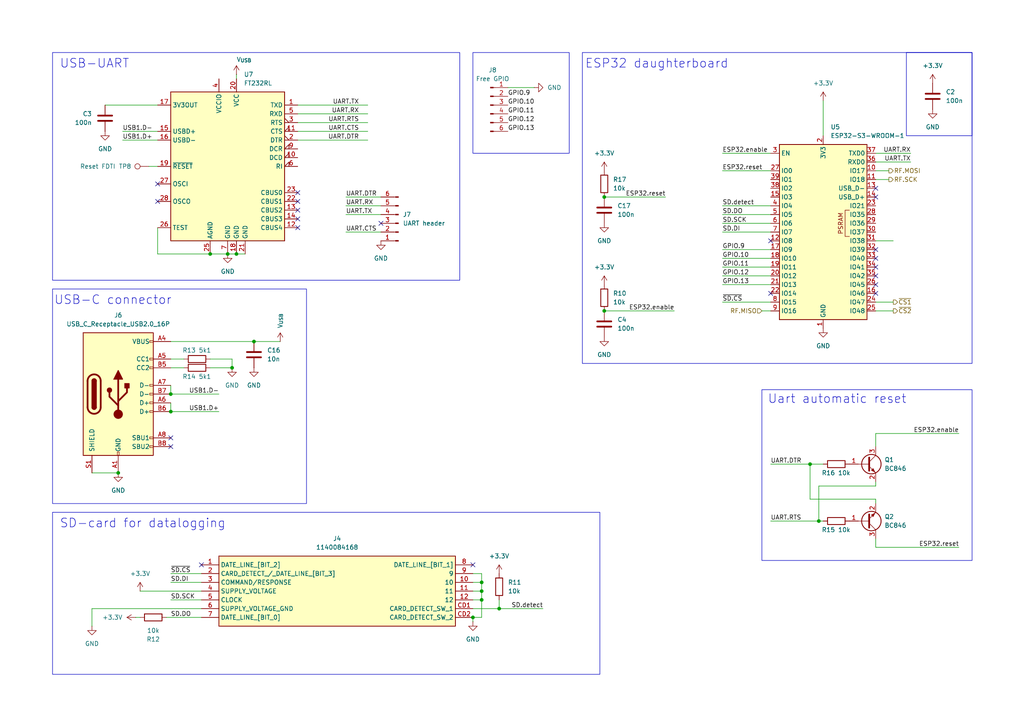
<source format=kicad_sch>
(kicad_sch (version 20250114) (generator "eeschema") (generator_version "9.0")
  (paper "A4")
  (title_block (title "3-band-LoRa testboard") (date "2025-30-03") (rev "1") (company "AAU-connectivity") (comment 1 "Malthe Sennels"))
  (lib_symbols
    (symbol "1140084168:1140084168"
      (property "Reference" "J" (at 74.93 7.62 0))
      (property "Value" "1140084168" (at 74.93 5.08 0))
      (symbol "1140084168_1_1"
        (rectangle (start 5.08 2.54) (end 73.66 -17.78) (stroke (width 0.254)) (fill (type background)))
        (pin passive line (at 0 0 0) (length 5.08) (name "DATE_LINE_[BIT_2]") (number "1"))
        (pin passive line (at 0 -2.54 0) (length 5.08) (name "CARD_DETECT_/_DATE_LINE_[BIT_3]") (number "2"))
        (pin passive line (at 0 -5.08 0) (length 5.08) (name "COMMAND/RESPONSE") (number "3"))
        (pin passive line (at 0 -7.62 0) (length 5.08) (name "SUPPLY_VOLTAGE") (number "4"))
        (pin passive line (at 0 -10.16 0) (length 5.08) (name "CLOCK") (number "5"))
        (pin passive line (at 0 -12.7 0) (length 5.08) (name "SUPPLY_VOLTAGE_GND") (number "6"))
        (pin passive line (at 0 -15.24 0) (length 5.08) (name "DATE_LINE_[BIT_0]") (number "7"))
        (pin passive line (at 78.74 0 180) (length 5.08) (name "DATE_LINE_[BIT_1]") (number "8"))
        (pin passive line (at 78.74 -2.54 180) (length 5.08) (name "9") (number "9"))
        (pin passive line (at 78.74 -5.08 180) (length 5.08) (name "10") (number "10"))
        (pin passive line (at 78.74 -7.62 180) (length 5.08) (name "11") (number "11"))
        (pin passive line (at 78.74 -10.16 180) (length 5.08) (name "12") (number "12"))
        (pin passive line (at 78.74 -12.7 180) (length 5.08) (name "CARD_DETECT_SW_1") (number "CD1"))
        (pin passive line (at 78.74 -15.24 180) (length 5.08) (name "CARD_DETECT_SW_2") (number "CD2"))
      )
    )
    (symbol "Connector:Conn_01x06_Pin" (pin_names (offset 1.016) (hide yes))
      (property "Reference" "J" (at 0 7.62 0))
      (property "Value" "Conn_01x06_Pin" (at 0 -10.16 0))
      (symbol "Conn_01x06_Pin_1_1"
        (rectangle (start 0.8636 5.207) (end 0 4.953) (stroke (width 0.1524)) (fill (type outline)))
        (rectangle (start 0.8636 2.667) (end 0 2.413) (stroke (width 0.1524)) (fill (type outline)))
        (rectangle (start 0.8636 0.127) (end 0 -0.127) (stroke (width 0.1524)) (fill (type outline)))
        (rectangle (start 0.8636 -2.413) (end 0 -2.667) (stroke (width 0.1524)) (fill (type outline)))
        (rectangle (start 0.8636 -4.953) (end 0 -5.207) (stroke (width 0.1524)) (fill (type outline)))
        (rectangle (start 0.8636 -7.493) (end 0 -7.747) (stroke (width 0.1524)) (fill (type outline)))
        (polyline (pts (xy 1.27 5.08) (xy 0.8636 5.08)) (stroke (width 0.1524)))
        (polyline (pts (xy 1.27 2.54) (xy 0.8636 2.54)) (stroke (width 0.1524)))
        (polyline (pts (xy 1.27 0) (xy 0.8636 0)) (stroke (width 0.1524)))
        (polyline (pts (xy 1.27 -2.54) (xy 0.8636 -2.54)) (stroke (width 0.1524)))
        (polyline (pts (xy 1.27 -5.08) (xy 0.8636 -5.08)) (stroke (width 0.1524)))
        (polyline (pts (xy 1.27 -7.62) (xy 0.8636 -7.62)) (stroke (width 0.1524)))
        (pin passive line (at 5.08 5.08 180) (length 3.81) (name "Pin_1") (number "1"))
        (pin passive line (at 5.08 2.54 180) (length 3.81) (name "Pin_2") (number "2"))
        (pin passive line (at 5.08 0 180) (length 3.81) (name "Pin_3") (number "3"))
        (pin passive line (at 5.08 -2.54 180) (length 3.81) (name "Pin_4") (number "4"))
        (pin passive line (at 5.08 -5.08 180) (length 3.81) (name "Pin_5") (number "5"))
        (pin passive line (at 5.08 -7.62 180) (length 3.81) (name "Pin_6") (number "6"))
      )
    )
    (symbol "Connector:TestPoint" (pin_numbers (hide yes)) (pin_names (offset 0.762) (hide yes))
      (property "Reference" "TP" (at 0 6.858 0))
      (property "Value" "TestPoint" (at 0 5.08 0))
      (symbol "TestPoint_0_1"
        (circle (center 0 3.302) (radius 0.762))
      )
      (symbol "TestPoint_1_1"
        (pin passive line (at 0 0 90) (length 2.54) (name "1") (number "1"))
      )
    )
    (symbol "Connector:USB_C_Receptacle_USB2.0_16P" (pin_names (offset 1.016))
      (property "Reference" "J" (at 0 22.225 0))
      (property "Value" "USB_C_Receptacle_USB2.0_16P" (at 0 19.685 0))
      (symbol "USB_C_Receptacle_USB2.0_16P_0_0"
        (rectangle (start -0.254 -17.78) (end 0.254 -16.764))
        (rectangle (start 10.16 15.494) (end 9.144 14.986))
        (rectangle (start 10.16 10.414) (end 9.144 9.906))
        (rectangle (start 10.16 7.874) (end 9.144 7.366))
        (rectangle (start 10.16 2.794) (end 9.144 2.286))
        (rectangle (start 10.16 0.254) (end 9.144 -0.254))
        (rectangle (start 10.16 -2.286) (end 9.144 -2.794))
        (rectangle (start 10.16 -4.826) (end 9.144 -5.334))
        (rectangle (start 10.16 -12.446) (end 9.144 -12.954))
        (rectangle (start 10.16 -14.986) (end 9.144 -15.494))
      )
      (symbol "USB_C_Receptacle_USB2.0_16P_0_1"
        (rectangle (start -10.16 17.78) (end 10.16 -17.78) (stroke (width 0.254)) (fill (type background)))
        (polyline (pts (xy -8.89 -3.81) (xy -8.89 3.81)) (stroke (width 0.508)))
        (rectangle (start -7.62 -3.81) (end -6.35 3.81) (stroke (width 0.254)) (fill (type outline)))
        (arc (start -7.62 3.81) (mid -6.985 4.4423) (end -6.35 3.81) (stroke (width 0.254)))
        (arc (start -7.62 3.81) (mid -6.985 4.4423) (end -6.35 3.81) (stroke (width 0.254)) (fill (type outline)))
        (arc (start -8.89 3.81) (mid -6.985 5.7067) (end -5.08 3.81) (stroke (width 0.508)))
        (arc (start -5.08 -3.81) (mid -6.985 -5.7067) (end -8.89 -3.81) (stroke (width 0.508)))
        (arc (start -6.35 -3.81) (mid -6.985 -4.4423) (end -7.62 -3.81) (stroke (width 0.254)))
        (arc (start -6.35 -3.81) (mid -6.985 -4.4423) (end -7.62 -3.81) (stroke (width 0.254)) (fill (type outline)))
        (polyline (pts (xy -5.08 3.81) (xy -5.08 -3.81)) (stroke (width 0.508)))
        (circle (center -2.54 1.143) (radius 0.635) (stroke (width 0.254)) (fill (type outline)))
        (polyline (pts (xy -1.27 4.318) (xy 0 6.858) (xy 1.27 4.318) (xy -1.27 4.318)) (stroke (width 0.254)) (fill (type outline)))
        (polyline (pts (xy 0 -2.032) (xy 2.54 0.508) (xy 2.54 1.778)) (stroke (width 0.508)))
        (polyline (pts (xy 0 -3.302) (xy -2.54 -0.762) (xy -2.54 0.508)) (stroke (width 0.508)))
        (polyline (pts (xy 0 -5.842) (xy 0 4.318)) (stroke (width 0.508)))
        (circle (center 0 -5.842) (radius 1.27) (fill (type outline)))
        (rectangle (start 1.905 1.778) (end 3.175 3.048) (stroke (width 0.254)) (fill (type outline)))
      )
      (symbol "USB_C_Receptacle_USB2.0_16P_1_1"
        (pin passive line (at -7.62 -22.86 90) (length 5.08) (name "SHIELD") (number "S1"))
        (pin passive line (at 0 -22.86 90) (length 5.08) (name "GND") (number "A1"))
        (pin passive line (at 0 -22.86 90) (length 5.08) (hide yes) (name "GND") (number "A12"))
        (pin passive line (at 0 -22.86 90) (length 5.08) (hide yes) (name "GND") (number "B1"))
        (pin passive line (at 0 -22.86 90) (length 5.08) (hide yes) (name "GND") (number "B12"))
        (pin passive line (at 15.24 15.24 180) (length 5.08) (name "VBUS") (number "A4"))
        (pin passive line (at 15.24 15.24 180) (length 5.08) (hide yes) (name "VBUS") (number "A9"))
        (pin passive line (at 15.24 15.24 180) (length 5.08) (hide yes) (name "VBUS") (number "B4"))
        (pin passive line (at 15.24 15.24 180) (length 5.08) (hide yes) (name "VBUS") (number "B9"))
        (pin bidirectional line (at 15.24 10.16 180) (length 5.08) (name "CC1") (number "A5"))
        (pin bidirectional line (at 15.24 7.62 180) (length 5.08) (name "CC2") (number "B5"))
        (pin bidirectional line (at 15.24 2.54 180) (length 5.08) (name "D-") (number "A7"))
        (pin bidirectional line (at 15.24 0 180) (length 5.08) (name "D-") (number "B7"))
        (pin bidirectional line (at 15.24 -2.54 180) (length 5.08) (name "D+") (number "A6"))
        (pin bidirectional line (at 15.24 -5.08 180) (length 5.08) (name "D+") (number "B6"))
        (pin bidirectional line (at 15.24 -12.7 180) (length 5.08) (name "SBU1") (number "A8"))
        (pin bidirectional line (at 15.24 -15.24 180) (length 5.08) (name "SBU2") (number "B8"))
      )
    )
    (symbol "Device:C" (pin_numbers (hide yes)) (pin_names (offset 0.254))
      (property "Reference" "C" (at 0.635 2.54 0))
      (property "Value" "C" (at 0.635 -2.54 0))
      (symbol "C_0_1"
        (polyline (pts (xy -2.032 0.762) (xy 2.032 0.762)) (stroke (width 0.508)))
        (polyline (pts (xy -2.032 -0.762) (xy 2.032 -0.762)) (stroke (width 0.508)))
      )
      (symbol "C_1_1"
        (pin passive line (at 0 3.81 270) (length 2.794) (name "~") (number "1"))
        (pin passive line (at 0 -3.81 90) (length 2.794) (name "~") (number "2"))
      )
    )
    (symbol "Device:R" (pin_numbers (hide yes)) (pin_names (offset 0))
      (property "Reference" "R" (at 2.032 0 90))
      (property "Value" "R" (at 0 0 90))
      (symbol "R_0_1"
        (rectangle (start -1.016 -2.54) (end 1.016 2.54) (stroke (width 0.254)))
      )
      (symbol "R_1_1"
        (pin passive line (at 0 3.81 270) (length 1.27) (name "~") (number "1"))
        (pin passive line (at 0 -3.81 90) (length 1.27) (name "~") (number "2"))
      )
    )
    (symbol "Interface_USB:FT232RL"
      (property "Reference" "U" (at -16.51 22.86 0))
      (property "Value" "FT232RL" (at 10.16 22.86 0))
      (symbol "FT232RL_0_1"
        (rectangle (start -16.51 21.59) (end 16.51 -21.59) (stroke (width 0.254)) (fill (type background)))
      )
      (symbol "FT232RL_1_1"
        (pin power_out line (at -20.32 17.78 0) (length 3.81) (name "3V3OUT") (number "17"))
        (pin bidirectional line (at -20.32 10.16 0) (length 3.81) (name "USBD+") (number "15"))
        (pin bidirectional line (at -20.32 7.62 0) (length 3.81) (name "USBD-") (number "16"))
        (pin input line (at -20.32 0 0) (length 3.81) (name "~{RESET}") (number "19"))
        (pin input line (at -20.32 -5.08 0) (length 3.81) (name "OSCI") (number "27"))
        (pin output line (at -20.32 -10.16 0) (length 3.81) (name "OSCO") (number "28"))
        (pin input line (at -20.32 -17.78 0) (length 3.81) (name "TEST") (number "26"))
        (pin power_in line (at -5.08 -25.4 90) (length 3.81) (name "AGND") (number "25"))
        (pin power_in line (at -2.54 25.4 270) (length 3.81) (name "VCCIO") (number "4"))
        (pin power_in line (at 0 -25.4 90) (length 3.81) (name "GND") (number "7"))
        (pin power_in line (at 2.54 25.4 270) (length 3.81) (name "VCC") (number "20"))
        (pin power_in line (at 2.54 -25.4 90) (length 3.81) (name "GND") (number "18"))
        (pin power_in line (at 5.08 -25.4 90) (length 3.81) (name "GND") (number "21"))
        (pin output line (at 20.32 17.78 180) (length 3.81) (name "TXD") (number "1"))
        (pin input line (at 20.32 15.24 180) (length 3.81) (name "RXD") (number "5"))
        (pin output output_low (at 20.32 12.7 180) (length 3.81) (name "RTS") (number "3"))
        (pin input input_low (at 20.32 10.16 180) (length 3.81) (name "CTS") (number "11"))
        (pin output output_low (at 20.32 7.62 180) (length 3.81) (name "DTR") (number "2"))
        (pin input input_low (at 20.32 5.08 180) (length 3.81) (name "DCR") (number "9"))
        (pin input input_low (at 20.32 2.54 180) (length 3.81) (name "DCD") (number "10"))
        (pin input input_low (at 20.32 0 180) (length 3.81) (name "RI") (number "6"))
        (pin bidirectional line (at 20.32 -7.62 180) (length 3.81) (name "CBUS0") (number "23"))
        (pin bidirectional line (at 20.32 -10.16 180) (length 3.81) (name "CBUS1") (number "22"))
        (pin bidirectional line (at 20.32 -12.7 180) (length 3.81) (name "CBUS2") (number "13"))
        (pin bidirectional line (at 20.32 -15.24 180) (length 3.81) (name "CBUS3") (number "14"))
        (pin bidirectional line (at 20.32 -17.78 180) (length 3.81) (name "CBUS4") (number "12"))
      )
    )
    (symbol "RF_Module:ESP32-S3-WROOM-1"
      (property "Reference" "U" (at -12.7 26.67 0))
      (property "Value" "ESP32-S3-WROOM-1" (at 12.7 26.67 0))
      (symbol "ESP32-S3-WROOM-1_0_0"
        (rectangle (start -12.7 25.4) (end 12.7 -25.4) (stroke (width 0.254)) (fill (type background)))
        (text "PSRAM" (at 5.08 2.54 900) (effects (font (size 1.27 1.27))))
      )
      (symbol "ESP32-S3-WROOM-1_0_1"
        (polyline (pts (xy 7.62 -1.27) (xy 6.35 -1.27) (xy 6.35 6.35) (xy 7.62 6.35)))
      )
      (symbol "ESP32-S3-WROOM-1_1_1"
        (pin input line (at -15.24 22.86 0) (length 2.54) (name "EN") (number "3"))
        (pin bidirectional line (at -15.24 17.78 0) (length 2.54) (name "IO0") (number "27"))
        (pin bidirectional line (at -15.24 15.24 0) (length 2.54) (name "IO1") (number "39"))
        (pin bidirectional line (at -15.24 12.7 0) (length 2.54) (name "IO2") (number "38"))
        (pin bidirectional line (at -15.24 10.16 0) (length 2.54) (name "IO3") (number "15"))
        (pin bidirectional line (at -15.24 7.62 0) (length 2.54) (name "IO4") (number "4"))
        (pin bidirectional line (at -15.24 5.08 0) (length 2.54) (name "IO5") (number "5"))
        (pin bidirectional line (at -15.24 2.54 0) (length 2.54) (name "IO6") (number "6"))
        (pin bidirectional line (at -15.24 0 0) (length 2.54) (name "IO7") (number "7"))
        (pin bidirectional line (at -15.24 -2.54 0) (length 2.54) (name "IO8") (number "12"))
        (pin bidirectional line (at -15.24 -5.08 0) (length 2.54) (name "IO9") (number "17"))
        (pin bidirectional line (at -15.24 -7.62 0) (length 2.54) (name "IO10") (number "18"))
        (pin bidirectional line (at -15.24 -10.16 0) (length 2.54) (name "IO11") (number "19"))
        (pin bidirectional line (at -15.24 -12.7 0) (length 2.54) (name "IO12") (number "20"))
        (pin bidirectional line (at -15.24 -15.24 0) (length 2.54) (name "IO13") (number "21"))
        (pin bidirectional line (at -15.24 -17.78 0) (length 2.54) (name "IO14") (number "22"))
        (pin bidirectional line (at -15.24 -20.32 0) (length 2.54) (name "IO15") (number "8"))
        (pin bidirectional line (at -15.24 -22.86 0) (length 2.54) (name "IO16") (number "9"))
        (pin power_in line (at 0 27.94 270) (length 2.54) (name "3V3") (number "2"))
        (pin power_in line (at 0 -27.94 90) (length 2.54) (name "GND") (number "1"))
        (pin passive line (at 0 -27.94 90) (length 2.54) (hide yes) (name "GND") (number "40"))
        (pin passive line (at 0 -27.94 90) (length 2.54) (hide yes) (name "GND") (number "41"))
        (pin bidirectional line (at 15.24 22.86 180) (length 2.54) (name "TXD0") (number "37"))
        (pin bidirectional line (at 15.24 20.32 180) (length 2.54) (name "RXD0") (number "36"))
        (pin bidirectional line (at 15.24 17.78 180) (length 2.54) (name "IO17") (number "10"))
        (pin bidirectional line (at 15.24 15.24 180) (length 2.54) (name "IO18") (number "11"))
        (pin bidirectional line (at 15.24 12.7 180) (length 2.54) (name "USB_D-") (number "13"))
        (pin bidirectional line (at 15.24 10.16 180) (length 2.54) (name "USB_D+") (number "14"))
        (pin bidirectional line (at 15.24 7.62 180) (length 2.54) (name "IO21") (number "23"))
        (pin bidirectional line (at 15.24 5.08 180) (length 2.54) (name "IO35") (number "28"))
        (pin bidirectional line (at 15.24 2.54 180) (length 2.54) (name "IO36") (number "29"))
        (pin bidirectional line (at 15.24 0 180) (length 2.54) (name "IO37") (number "30"))
        (pin bidirectional line (at 15.24 -2.54 180) (length 2.54) (name "IO38") (number "31"))
        (pin bidirectional line (at 15.24 -5.08 180) (length 2.54) (name "IO39") (number "32"))
        (pin bidirectional line (at 15.24 -7.62 180) (length 2.54) (name "IO40") (number "33"))
        (pin bidirectional line (at 15.24 -10.16 180) (length 2.54) (name "IO41") (number "34"))
        (pin bidirectional line (at 15.24 -12.7 180) (length 2.54) (name "IO42") (number "35"))
        (pin bidirectional line (at 15.24 -15.24 180) (length 2.54) (name "IO45") (number "26"))
        (pin bidirectional line (at 15.24 -17.78 180) (length 2.54) (name "IO46") (number "16"))
        (pin bidirectional line (at 15.24 -20.32 180) (length 2.54) (name "IO47") (number "24"))
        (pin bidirectional line (at 15.24 -22.86 180) (length 2.54) (name "IO48") (number "25"))
      )
    )
    (symbol "Transistor_BJT:BC846" (pin_names (offset 0) (hide yes))
      (property "Reference" "Q" (at 5.08 1.905 0))
      (property "Value" "BC846" (at 5.08 0 0))
      (symbol "BC846_0_1"
        (polyline (pts (xy -2.54 0) (xy 0.635 0)))
        (polyline (pts (xy 0.635 1.905) (xy 0.635 -1.905)) (stroke (width 0.508)))
        (circle (center 1.27 0) (radius 2.8194) (stroke (width 0.254)))
      )
      (symbol "BC846_1_1"
        (polyline (pts (xy 0.635 0.635) (xy 2.54 2.54)))
        (polyline (pts (xy 0.635 -0.635) (xy 2.54 -2.54)))
        (polyline (pts (xy 1.27 -1.778) (xy 1.778 -1.27) (xy 2.286 -2.286) (xy 1.27 -1.778)) (fill (type outline)))
        (pin input line (at -5.08 0 0) (length 2.54) (name "B") (number "1"))
        (pin passive line (at 2.54 5.08 270) (length 2.54) (name "C") (number "3"))
        (pin passive line (at 2.54 -5.08 90) (length 2.54) (name "E") (number "2"))
      )
    )
    (symbol "power:+3.3V" (power) (pin_numbers (hide yes)) (pin_names (offset 0) (hide yes))
      (property "Value" "+3.3V" (at 0 3.556 0))
      (symbol "+3.3V_0_1"
        (polyline (pts (xy -0.762 1.27) (xy 0 2.54)))
        (polyline (pts (xy 0 2.54) (xy 0.762 1.27)))
        (polyline (pts (xy 0 0) (xy 0 2.54)))
      )
      (symbol "+3.3V_1_1"
        (pin power_in line (at 0 0 90) (length 0) (name "~") (number "1"))
      )
    )
    (symbol "power:GND" (power) (pin_numbers (hide yes)) (pin_names (offset 0) (hide yes))
      (property "Value" "GND" (at 0 -3.81 0))
      (symbol "GND_0_1"
        (polyline (pts (xy 0 0) (xy 0 -1.27) (xy 1.27 -1.27) (xy 0 -2.54) (xy -1.27 -1.27) (xy 0 -1.27)))
      )
      (symbol "GND_1_1"
        (pin power_in line (at 0 0 270) (length 0) (name "~") (number "1"))
      )
    )
    (symbol "power:VCC" (power) (pin_numbers (hide yes)) (pin_names (offset 0) (hide yes))
      (property "Value" "VCC" (at 0 3.556 0))
      (symbol "VCC_0_1"
        (polyline (pts (xy -0.762 1.27) (xy 0 2.54)))
        (polyline (pts (xy 0 2.54) (xy 0.762 1.27)))
        (polyline (pts (xy 0 0) (xy 0 2.54)))
      )
      (symbol "VCC_1_1"
        (pin power_in line (at 0 0 90) (length 0) (name "~") (number "1"))
      )
    )
  )
  (bus_alias "UART" (members "RX" "TX"))
  (rectangle (start 15.24 83.82) (end 88.9 146.05))
  (rectangle (start 15.24 15.24) (end 133.35 81.28))
  (rectangle (start 262.89 15.24) (end 281.94 39.37))
  (rectangle (start 168.91 15.24) (end 281.94 105.41))
  (rectangle (start 15.24 148.59) (end 173.99 195.58))
  (rectangle (start 137.16 15.24) (end 165.1 44.45))
  (rectangle (start 220.98 113.03) (end 281.94 162.56))
  (text "USB-UART" (at 27.432 18.542 0) (effects (font (size 2.54 2.54))))
  (text "USB-C connector" (at 32.766 87.122 0) (effects (font (size 2.54 2.54))))
  (text "Uart automatic reset" (at 242.824 115.824 0) (effects (font (size 2.54 2.54))))
  (text "SD-card for datalogging" (at 41.402 151.892 0) (effects (font (size 2.54 2.54))))
  (text "ESP32 daughterboard\n" (at 190.5 18.542 0) (effects (font (size 2.54 2.54))))
  (junction (at 66.04 73.66))
  (junction (at 137.16 179.07))
  (junction (at 49.53 119.38))
  (junction (at 60.96 73.66))
  (junction (at 67.31 106.68))
  (junction (at 139.7 168.91))
  (junction (at 34.29 137.16))
  (junction (at 144.78 176.53))
  (junction (at 68.58 73.66))
  (junction (at 73.66 99.06))
  (junction (at 237.49 151.13))
  (junction (at 139.7 171.45))
  (junction (at 234.95 134.62))
  (junction (at 139.7 173.99))
  (junction (at 175.26 57.15))
  (junction (at 49.53 114.3))
  (junction (at 175.26 90.17))
  (no_connect (at 58.42 163.83))
  (no_connect (at 86.36 66.04))
  (no_connect (at 49.53 127))
  (no_connect (at 254 74.93))
  (no_connect (at 254 80.01))
  (no_connect (at 86.36 60.96))
  (no_connect (at 86.36 58.42))
  (no_connect (at 223.52 69.85))
  (no_connect (at 137.16 163.83))
  (no_connect (at 45.72 58.42))
  (no_connect (at 254 54.61))
  (no_connect (at 254 85.09))
  (no_connect (at 254 72.39))
  (no_connect (at 86.36 63.5))
  (no_connect (at 223.52 85.09))
  (no_connect (at 254 77.47))
  (no_connect (at 254 82.55))
  (no_connect (at 86.36 55.88))
  (no_connect (at 110.49 64.77))
  (no_connect (at 45.72 53.34))
  (no_connect (at 49.53 129.54))
  (no_connect (at 254 57.15))
  (wire (pts (xy 209.55 72.39) (xy 223.52 72.39)))
  (wire (pts (xy 60.96 73.66) (xy 45.72 73.66)))
  (wire (pts (xy 139.7 171.45) (xy 139.7 168.91)))
  (wire (pts (xy 49.53 116.84) (xy 49.53 119.38)))
  (wire (pts (xy 100.33 67.31) (xy 110.49 67.31)))
  (wire (pts (xy 49.53 173.99) (xy 58.42 173.99)))
  (wire (pts (xy 86.36 38.1) (xy 106.68 38.1)))
  (wire (pts (xy 175.26 90.17) (xy 195.58 90.17)))
  (wire (pts (xy 209.55 59.69) (xy 223.52 59.69)))
  (wire (pts (xy 254 156.21) (xy 254 158.75)))
  (wire (pts (xy 257.81 52.07) (xy 254 52.07)))
  (wire (pts (xy 68.58 73.66) (xy 71.12 73.66)))
  (wire (pts (xy 234.95 144.78) (xy 234.95 134.62)))
  (wire (pts (xy 254 144.78) (xy 234.95 144.78)))
  (wire (pts (xy 60.96 73.66) (xy 66.04 73.66)))
  (wire (pts (xy 223.52 134.62) (xy 234.95 134.62)))
  (wire (pts (xy 67.31 104.14) (xy 67.31 106.68)))
  (wire (pts (xy 49.53 111.76) (xy 49.53 114.3)))
  (wire (pts (xy 49.53 114.3) (xy 63.5 114.3)))
  (wire (pts (xy 58.42 176.53) (xy 26.67 176.53)))
  (wire (pts (xy 49.53 166.37) (xy 58.42 166.37)))
  (wire (pts (xy 254 139.7) (xy 254 140.97)))
  (wire (pts (xy 86.36 30.48) (xy 106.68 30.48)))
  (wire (pts (xy 139.7 168.91) (xy 139.7 166.37)))
  (wire (pts (xy 49.53 99.06) (xy 73.66 99.06)))
  (wire (pts (xy 49.53 106.68) (xy 53.34 106.68)))
  (wire (pts (xy 238.76 29.21) (xy 238.76 39.37)))
  (wire (pts (xy 209.55 49.53) (xy 223.52 49.53)))
  (wire (pts (xy 100.33 57.15) (xy 110.49 57.15)))
  (wire (pts (xy 67.31 104.14) (xy 60.96 104.14)))
  (wire (pts (xy 257.81 49.53) (xy 254 49.53)))
  (wire (pts (xy 220.98 90.17) (xy 223.52 90.17)))
  (wire (pts (xy 237.49 151.13) (xy 238.76 151.13)))
  (wire (pts (xy 139.7 179.07) (xy 139.7 173.99)))
  (wire (pts (xy 66.04 73.66) (xy 68.58 73.66)))
  (wire (pts (xy 144.78 173.99) (xy 144.78 176.53)))
  (wire (pts (xy 254 44.45) (xy 264.16 44.45)))
  (wire (pts (xy 209.55 44.45) (xy 223.52 44.45)))
  (wire (pts (xy 137.16 171.45) (xy 139.7 171.45)))
  (wire (pts (xy 254 140.97) (xy 237.49 140.97)))
  (wire (pts (xy 40.64 179.07) (xy 39.37 179.07)))
  (wire (pts (xy 157.48 176.53) (xy 144.78 176.53)))
  (wire (pts (xy 259.08 90.17) (xy 254 90.17)))
  (wire (pts (xy 209.55 80.01) (xy 223.52 80.01)))
  (wire (pts (xy 26.67 137.16) (xy 34.29 137.16)))
  (wire (pts (xy 223.52 151.13) (xy 237.49 151.13)))
  (wire (pts (xy 137.16 176.53) (xy 144.78 176.53)))
  (wire (pts (xy 30.48 30.48) (xy 45.72 30.48)))
  (wire (pts (xy 209.55 82.55) (xy 223.52 82.55)))
  (wire (pts (xy 73.66 99.06) (xy 81.28 99.06)))
  (wire (pts (xy 35.56 40.64) (xy 45.72 40.64)))
  (wire (pts (xy 209.55 77.47) (xy 223.52 77.47)))
  (wire (pts (xy 100.33 62.23) (xy 110.49 62.23)))
  (wire (pts (xy 147.32 25.4) (xy 154.94 25.4)))
  (wire (pts (xy 209.55 62.23) (xy 223.52 62.23)))
  (wire (pts (xy 254 125.73) (xy 278.13 125.73)))
  (wire (pts (xy 209.55 67.31) (xy 223.52 67.31)))
  (wire (pts (xy 26.67 176.53) (xy 26.67 181.61)))
  (wire (pts (xy 68.58 21.59) (xy 68.58 22.86)))
  (wire (pts (xy 259.08 87.63) (xy 254 87.63)))
  (wire (pts (xy 234.95 134.62) (xy 238.76 134.62)))
  (wire (pts (xy 209.55 87.63) (xy 223.52 87.63)))
  (wire (pts (xy 254 46.99) (xy 264.16 46.99)))
  (wire (pts (xy 100.33 59.69) (xy 110.49 59.69)))
  (wire (pts (xy 137.16 179.07) (xy 139.7 179.07)))
  (wire (pts (xy 209.55 74.93) (xy 223.52 74.93)))
  (wire (pts (xy 35.56 38.1) (xy 45.72 38.1)))
  (wire (pts (xy 86.36 33.02) (xy 106.68 33.02)))
  (wire (pts (xy 139.7 173.99) (xy 139.7 171.45)))
  (wire (pts (xy 40.64 171.45) (xy 58.42 171.45)))
  (wire (pts (xy 137.16 173.99) (xy 139.7 173.99)))
  (wire (pts (xy 45.72 66.04) (xy 45.72 73.66)))
  (wire (pts (xy 254 129.54) (xy 254 125.73)))
  (wire (pts (xy 254 146.05) (xy 254 144.78)))
  (wire (pts (xy 209.55 64.77) (xy 223.52 64.77)))
  (wire (pts (xy 175.26 57.15) (xy 193.04 57.15)))
  (wire (pts (xy 49.53 104.14) (xy 53.34 104.14)))
  (wire (pts (xy 86.36 40.64) (xy 106.68 40.64)))
  (wire (pts (xy 254 158.75) (xy 278.13 158.75)))
  (wire (pts (xy 43.18 48.26) (xy 45.72 48.26)))
  (wire (pts (xy 49.53 119.38) (xy 63.5 119.38)))
  (wire (pts (xy 254 69.85) (xy 259.08 69.85)))
  (wire (pts (xy 237.49 140.97) (xy 237.49 151.13)))
  (wire (pts (xy 137.16 168.91) (xy 139.7 168.91)))
  (wire (pts (xy 48.26 179.07) (xy 58.42 179.07)))
  (wire (pts (xy 86.36 35.56) (xy 106.68 35.56)))
  (wire (pts (xy 49.53 168.91) (xy 58.42 168.91)))
  (wire (pts (xy 67.31 106.68) (xy 60.96 106.68)))
  (wire (pts (xy 137.16 180.34) (xy 137.16 179.07)))
  (wire (pts (xy 137.16 166.37) (xy 139.7 166.37)))
  (label "UART.DTR" (at 223.52 134.62 0))
  (label "SD.DO" (at 209.55 62.23 0))
  (label "ESP32.reset" (at 193.04 57.15 180))
  (label "ESP32.reset" (at 209.55 49.53 0))
  (label "ESP32.enable" (at 278.13 125.73 180))
  (label "SD.DI" (at 49.53 168.91 0))
  (label "SD.detect" (at 157.48 176.53 180))
  (label "UART.TX" (at 100.33 62.23 0))
  (label "UART.DTR" (at 100.33 57.15 0))
  (label "UART.RTS" (at 223.52 151.13 0))
  (label "USB1.D-" (at 35.56 38.1 0))
  (label "~{SD.CS}" (at 49.53 166.37 0))
  (label "GPIO.10" (at 209.55 74.93 0))
  (label "SD.DI" (at 209.55 67.31 0))
  (label "GPIO.12" (at 147.32 35.56 0))
  (label "UART.CTS" (at 100.33 67.31 0))
  (label "UART.RX" (at 104.14 33.02 180))
  (label "UART.RX" (at 100.33 59.69 0))
  (label "GPIO.12" (at 209.55 80.01 0))
  (label "GPIO.9" (at 147.32 27.94 0))
  (label "UART.DTR" (at 104.14 40.64 180))
  (label "USB1.D-" (at 63.5 114.3 180))
  (label "UART.CTS" (at 104.14 38.1 180))
  (label "SD.SCK" (at 209.55 64.77 0))
  (label "GPIO.11" (at 147.32 33.02 0))
  (label "GPIO.9" (at 209.55 72.39 0))
  (label "UART.RTS" (at 104.14 35.56 180))
  (label "ESP32.reset" (at 278.13 158.75 180))
  (label "UART.RX" (at 264.16 44.45 180))
  (label "SD.DO" (at 49.53 179.07 0))
  (label "SD.detect" (at 209.55 59.69 0))
  (label "UART.TX" (at 104.14 30.48 180))
  (label "USB1.D+" (at 35.56 40.64 0))
  (label "ESP32.enable" (at 209.55 44.45 0))
  (label "UART.TX" (at 264.16 46.99 180))
  (label "GPIO.11" (at 209.55 77.47 0))
  (label "USB1.D+" (at 63.5 119.38 180))
  (label "GPIO.13" (at 209.55 82.55 0))
  (label "GPIO.13" (at 147.32 38.1 0))
  (label "GPIO.10" (at 147.32 30.48 0))
  (label "~{SD.CS}" (at 209.55 87.63 0))
  (label "ESP32.enable" (at 195.58 90.17 180))
  (label "SD.SCK" (at 49.53 173.99 0))
  (hierarchical_label "RF.SCK" (shape output) (at 257.81 52.07 0))
  (hierarchical_label "~{CS2}" (shape output) (at 259.08 90.17 0))
  (hierarchical_label "RF.MISO" (shape input) (at 220.98 90.17 180))
  (hierarchical_label "RF.MOSI" (shape output) (at 257.81 49.53 0))
  (hierarchical_label "~{CS1}" (shape output) (at 259.08 87.63 0))
  (symbol (lib_id "power:GND") (at 67.31 106.68 0) (unit 1)
    (property "Reference" "#PWR045" (effects (hide yes)))
    (property "Value" "GND" (at 67.31 111.76 0))
    (property "Description" "Power symbol creates a global label with name \"GND\" , ground" (effects (hide yes)))
  )
  (symbol (lib_id "Connector:Conn_01x06_Pin") (at 115.57 64.77 180) (unit 1)
    (property "Reference" "J7" (at 116.84 62.2299 0) (effects (justify right)))
    (property "Value" "UART header" (at 116.84 64.7699 0) (effects (justify right)))
    (property "Footprint" "Connector_PinSocket_2.54mm:PinSocket_1x06_P2.54mm_Vertical" (effects (hide yes)))
    (property "Description" "Generic connector, single row, 01x06, script generated" (effects (hide yes)))
  )
  (symbol (lib_id "Device:R") (at 44.45 179.07 270) (mirror x) (unit 1)
    (property "Reference" "R12" (at 44.45 185.42 90))
    (property "Value" "10k" (at 44.45 182.88 90))
    (property "Footprint" "Resistor_SMD:R_0603_1608Metric" (effects (hide yes)))
    (property "Description" "Resistor" (effects (hide yes)))
  )
  (symbol (lib_id "power:GND") (at 34.29 137.16 0) (unit 1)
    (property "Reference" "#PWR044" (effects (hide yes)))
    (property "Value" "GND" (at 34.29 142.24 0))
    (property "Description" "Power symbol creates a global label with name \"GND\" , ground" (effects (hide yes)))
  )
  (symbol (lib_id "Device:C") (at 175.26 60.96 0) (unit 1)
    (property "Reference" "C17" (at 179.07 59.6899 0) (effects (justify left)))
    (property "Value" "100n" (at 179.07 62.2299 0) (effects (justify left)))
    (property "Footprint" "Capacitor_SMD:C_0603_1608Metric" (effects (hide yes)))
    (property "Description" "Unpolarized capacitor" (effects (hide yes)))
  )
  (symbol (lib_id "Device:R") (at 144.78 170.18 180) (unit 1)
    (property "Reference" "R11" (at 147.32 168.9099 0) (effects (justify right)))
    (property "Value" "10k" (at 147.32 171.4499 0) (effects (justify right)))
    (property "Footprint" "Resistor_SMD:R_0603_1608Metric" (effects (hide yes)))
    (property "Description" "Resistor" (effects (hide yes)))
  )
  (symbol (lib_id "power:GND") (at 137.16 180.34 0) (unit 1)
    (property "Reference" "#PWR028" (effects (hide yes)))
    (property "Value" "GND" (at 137.16 185.42 0))
    (property "Description" "Power symbol creates a global label with name \"GND\" , ground" (effects (hide yes)))
  )
  (symbol (lib_id "power:+3.3V") (at 175.26 82.55 0) (unit 1)
    (property "Reference" "#PWR023" (effects (hide yes)))
    (property "Value" "+3.3V" (at 175.26 77.47 0))
    (property "Description" "Power symbol creates a global label with name \"+3.3V\"" (effects (hide yes)))
  )
  (symbol (lib_id "Device:C") (at 175.26 93.98 0) (unit 1)
    (property "Reference" "C4" (at 179.07 92.7099 0) (effects (justify left)))
    (property "Value" "100n" (at 179.07 95.2499 0) (effects (justify left)))
    (property "Footprint" "Capacitor_SMD:C_0603_1608Metric" (effects (hide yes)))
    (property "Description" "Unpolarized capacitor" (effects (hide yes)))
  )
  (symbol (lib_id "power:+3.3V") (at 39.37 179.07 90) (unit 1)
    (property "Reference" "#PWR029" (effects (hide yes)))
    (property "Value" "+3.3V" (at 35.56 179.0699 90) (effects (justify left)))
    (property "Description" "Power symbol creates a global label with name \"+3.3V\"" (effects (hide yes)))
  )
  (symbol (lib_id "Interface_USB:FT232RL") (at 66.04 48.26 0) (unit 1)
    (property "Reference" "U7" (at 70.7233 21.59 0) (effects (justify left)))
    (property "Value" "FT232RL" (at 70.7233 24.13 0) (effects (justify left)))
    (property "Footprint" "Package_SO:SSOP-28_5.3x10.2mm_P0.65mm" (effects (hide yes)))
    (property "Datasheet" "https://www.ftdichip.com/Support/Documents/DataSheets/ICs/DS_FT232R.pdf" (effects (hide yes)))
    (property "Description" "USB to Serial Interface, SSOP-28" (effects (hide yes)))
  )
  (symbol (lib_id "Device:R") (at 242.57 151.13 270) (mirror x) (unit 1)
    (property "Reference" "R15" (at 240.284 153.67 90))
    (property "Value" "10k" (at 244.856 153.67 90))
    (property "Footprint" "Resistor_SMD:R_0603_1608Metric" (effects (hide yes)))
    (property "Description" "Resistor" (effects (hide yes)))
  )
  (symbol (lib_id "power:GND") (at 270.51 31.75 0) (unit 1)
    (property "Reference" "#PWR018" (effects (hide yes)))
    (property "Value" "GND" (at 270.51 36.83 0))
    (property "Description" "Power symbol creates a global label with name \"GND\" , ground" (effects (hide yes)))
  )
  (symbol (lib_id "power:GND") (at 66.04 73.66 0) (unit 1)
    (property "Reference" "#PWR02" (effects (hide yes)))
    (property "Value" "GND" (at 66.04 78.74 0))
    (property "Description" "Power symbol creates a global label with name \"GND\" , ground" (effects (hide yes)))
  )
  (symbol (lib_id "Transistor_BJT:BC846") (at 251.46 151.13 0) (mirror x) (unit 1)
    (property "Reference" "Q2" (at 256.54 149.8599 0) (effects (justify left)))
    (property "Value" "BC846" (at 256.54 152.3999 0) (effects (justify left)))
    (property "Footprint" "Package_TO_SOT_SMD:SOT-23" (effects (hide yes)))
    (property "Datasheet" "https://assets.nexperia.com/documents/data-sheet/BC846_SER.pdf" (effects (hide yes)))
    (property "Description" "0.1A Ic, 65V Vce, NPN Transistor, SOT-23" (effects (hide yes)))
  )
  (symbol (lib_id "power:VCC") (at 81.28 99.06 0) (unit 1)
    (property "Reference" "#PWR046" (effects (hide yes)))
    (property "Value" "V_{USB}" (at 81.28 95.25 90) (effects (justify left)))
    (property "Description" "Power symbol creates a global label with name \"VCC\"" (effects (hide yes)))
  )
  (symbol (lib_id "Device:R") (at 242.57 134.62 270) (mirror x) (unit 1)
    (property "Reference" "R16" (at 240.284 137.16 90))
    (property "Value" "10k" (at 244.856 137.16 90))
    (property "Footprint" "Resistor_SMD:R_0603_1608Metric" (effects (hide yes)))
    (property "Description" "Resistor" (effects (hide yes)))
  )
  (symbol (lib_id "Device:R") (at 57.15 104.14 270) (unit 1)
    (property "Reference" "R13" (at 54.864 101.6 90))
    (property "Value" "5k1" (at 59.436 101.6 90))
    (property "Footprint" "Resistor_SMD:R_0603_1608Metric" (effects (hide yes)))
    (property "Description" "Resistor" (effects (hide yes)))
  )
  (symbol (lib_id "Device:C") (at 270.51 27.94 0) (unit 1)
    (property "Reference" "C2" (at 274.32 26.6699 0) (effects (justify left)))
    (property "Value" "100n" (at 274.32 29.2099 0) (effects (justify left)))
    (property "Footprint" "Capacitor_SMD:C_0603_1608Metric" (effects (hide yes)))
    (property "Description" "Unpolarized capacitor" (effects (hide yes)))
  )
  (symbol (lib_id "power:GND") (at 73.66 106.68 0) (unit 1)
    (property "Reference" "#PWR050" (effects (hide yes)))
    (property "Value" "GND" (at 73.66 111.76 0))
    (property "Description" "Power symbol creates a global label with name \"GND\" , ground" (effects (hide yes)))
  )
  (symbol (lib_id "power:+3.3V") (at 238.76 29.21 0) (unit 1)
    (property "Reference" "#PWR017" (effects (hide yes)))
    (property "Value" "+3.3V" (at 238.76 24.13 0))
    (property "Description" "Power symbol creates a global label with name \"+3.3V\"" (effects (hide yes)))
  )
  (symbol (lib_id "power:GND") (at 30.48 38.1 0) (unit 1)
    (property "Reference" "#PWR021" (effects (hide yes)))
    (property "Value" "GND" (at 30.48 43.18 0))
    (property "Description" "Power symbol creates a global label with name \"GND\" , ground" (effects (hide yes)))
  )
  (symbol (lib_id "Connector:TestPoint") (at 43.18 48.26 90) (unit 1)
    (property "Reference" "TP8" (at 38.1 48.26 90) (effects (justify left)))
    (property "Value" "Reset FDTI" (at 33.528 48.26 90) (effects (justify left)))
    (property "Footprint" "TestPoint:TestPoint_Pad_D1.5mm" (effects (hide yes)))
    (property "Description" "test point" (effects (hide yes)))
  )
  (symbol (lib_id "Connector:USB_C_Receptacle_USB2.0_16P") (at 34.29 114.3 0) (unit 1)
    (property "Reference" "J6" (at 34.29 91.44 0))
    (property "Value" "USB_C_Receptacle_USB2.0_16P" (at 34.29 93.98 0))
    (property "Footprint" "Connector_USB:USB_C_Receptacle_HRO_TYPE-C-31-M-12" (effects (hide yes)))
    (property "Datasheet" "https://www.usb.org/sites/default/files/documents/usb_type-c.zip" (effects (hide yes)))
    (property "Description" "USB 2.0-only 16P Type-C Receptacle connector" (effects (hide yes)))
  )
  (symbol (lib_id "Device:R") (at 57.15 106.68 270) (mirror x) (unit 1)
    (property "Reference" "R14" (at 54.864 109.22 90))
    (property "Value" "5k1" (at 59.436 109.22 90))
    (property "Footprint" "Resistor_SMD:R_0603_1608Metric" (effects (hide yes)))
    (property "Description" "Resistor" (effects (hide yes)))
  )
  (symbol (lib_id "power:VCC") (at 68.58 21.59 0) (unit 1)
    (property "Reference" "#PWR042" (effects (hide yes)))
    (property "Value" "V_{USB}" (at 68.58 17.272 0) (effects (justify left)))
    (property "Description" "Power symbol creates a global label with name \"VCC\"" (effects (hide yes)))
  )
  (symbol (lib_id "power:GND") (at 175.26 97.79 0) (unit 1)
    (property "Reference" "#PWR022" (effects (hide yes)))
    (property "Value" "GND" (at 175.26 102.87 0))
    (property "Description" "Power symbol creates a global label with name \"GND\" , ground" (effects (hide yes)))
  )
  (symbol (lib_id "power:GND") (at 110.49 69.85 0) (unit 1)
    (property "Reference" "#PWR03" (effects (hide yes)))
    (property "Value" "GND" (at 110.49 74.93 0))
    (property "Description" "Power symbol creates a global label with name \"GND\" , ground" (effects (hide yes)))
  )
  (symbol (lib_id "1140084168:1140084168") (at 58.42 163.83 0) (unit 1)
    (property "Reference" "J4" (at 97.79 156.21 0))
    (property "Value" "1140084168" (at 97.79 158.75 0))
    (property "Footprint" "1140084168" (effects (hide yes)))
    (property "Datasheet" "https://cdn.amphenol-cs.com/media/wysiwyg/files/documentation/datasheet/inputoutput/io_micro_sdcard.pdf" (effects (hide yes)))
    (property "Description" "1140084168-Micro SD Normal Open H=1.55 NONE PUSH" (effects (hide yes)))
    (property "Height" "1.68" (effects (hide yes)))
    (property "Manufacturer_Name" "Amphenol Communications Solutions" (effects (hide yes)))
    (property "Manufacturer_Part_Number" "1140084168" (effects (hide yes)))
    (property "Mouser Part Number" "523-114-00841-68" (effects (hide yes)))
    (property "Mouser Price/Stock" "https://www.mouser.co.uk/ProductDetail/Amphenol-Commercial-Products/1140084168?qs=tcdQdce0DUrgPsHyuD5Law%3D%3D" (effects (hide yes)))
    (property "Arrow Part Number" "1140084168" (effects (hide yes)))
    (property "Arrow Price/Stock" "https://www.arrow.com/en/products/1140084168/amphenol-fci?utm_currency=USD&region=europe" (effects (hide yes)))
  )
  (symbol (lib_id "power:+3.3V") (at 175.26 49.53 0) (unit 1)
    (property "Reference" "#PWR051" (effects (hide yes)))
    (property "Value" "+3.3V" (at 175.26 44.45 0))
    (property "Description" "Power symbol creates a global label with name \"+3.3V\"" (effects (hide yes)))
  )
  (symbol (lib_id "power:+3.3V") (at 270.51 24.13 0) (unit 1)
    (property "Reference" "#PWR024" (effects (hide yes)))
    (property "Value" "+3.3V" (at 270.51 19.05 0))
    (property "Description" "Power symbol creates a global label with name \"+3.3V\"" (effects (hide yes)))
  )
  (symbol (lib_id "power:GND") (at 26.67 181.61 0) (unit 1)
    (property "Reference" "#PWR026" (effects (hide yes)))
    (property "Value" "GND" (at 26.67 186.69 0))
    (property "Description" "Power symbol creates a global label with name \"GND\" , ground" (effects (hide yes)))
  )
  (symbol (lib_id "power:GND") (at 154.94 25.4 90) (unit 1)
    (property "Reference" "#PWR049" (effects (hide yes)))
    (property "Value" "GND" (at 158.75 25.3999 90) (effects (justify right)))
    (property "Description" "Power symbol creates a global label with name \"GND\" , ground" (effects (hide yes)))
  )
  (symbol (lib_id "power:+3.3V") (at 40.64 171.45 0) (unit 1)
    (property "Reference" "#PWR025" (effects (hide yes)))
    (property "Value" "+3.3V" (at 40.64 166.37 0))
    (property "Description" "Power symbol creates a global label with name \"+3.3V\"" (effects (hide yes)))
  )
  (symbol (lib_id "power:GND") (at 238.76 95.25 0) (unit 1)
    (property "Reference" "#PWR016" (effects (hide yes)))
    (property "Value" "GND" (at 238.76 100.33 0))
    (property "Description" "Power symbol creates a global label with name \"GND\" , ground" (effects (hide yes)))
  )
  (symbol (lib_id "Device:C") (at 73.66 102.87 0) (unit 1)
    (property "Reference" "C16" (at 77.47 101.5999 0) (effects (justify left)))
    (property "Value" "10n" (at 77.47 104.1399 0) (effects (justify left)))
    (property "Footprint" "Capacitor_SMD:C_0603_1608Metric" (effects (hide yes)))
    (property "Description" "Unpolarized capacitor" (effects (hide yes)))
  )
  (symbol (lib_id "Device:C") (at 30.48 34.29 0) (mirror y) (unit 1)
    (property "Reference" "C3" (at 26.67 33.0199 0) (effects (justify left)))
    (property "Value" "100n" (at 26.67 35.5599 0) (effects (justify left)))
    (property "Footprint" "Capacitor_SMD:C_0603_1608Metric" (effects (hide yes)))
    (property "Description" "Unpolarized capacitor" (effects (hide yes)))
  )
  (symbol (lib_id "Device:R") (at 175.26 53.34 0) (unit 1)
    (property "Reference" "R17" (at 177.8 52.0699 0) (effects (justify left)))
    (property "Value" "10k" (at 177.8 54.6099 0) (effects (justify left)))
    (property "Footprint" "Resistor_SMD:R_0603_1608Metric" (effects (hide yes)))
    (property "Description" "Resistor" (effects (hide yes)))
  )
  (symbol (lib_id "RF_Module:ESP32-S3-WROOM-1") (at 238.76 67.31 0) (unit 1)
    (property "Reference" "U5" (at 240.9033 36.83 0) (effects (justify left)))
    (property "Value" "ESP32-S3-WROOM-1" (at 240.9033 39.37 0) (effects (justify left)))
    (property "Footprint" "RF_Module:ESP32-S3-WROOM-1" (effects (hide yes)))
    (property "Datasheet" "https://www.espressif.com/sites/default/files/documentation/esp32-s3-wroom-1_wroom-1u_datasheet_en.pdf" (effects (hide yes)))
    (property "Description" "RF Module, ESP32-S3 SoC, Wi-Fi 802.11b/g/n, Bluetooth, BLE, 32-bit, 3.3V, onboard antenna, SMD" (effects (hide yes)))
  )
  (symbol (lib_id "Device:R") (at 175.26 86.36 0) (unit 1)
    (property "Reference" "R10" (at 177.8 85.0899 0) (effects (justify left)))
    (property "Value" "10k" (at 177.8 87.6299 0) (effects (justify left)))
    (property "Footprint" "Resistor_SMD:R_0603_1608Metric" (effects (hide yes)))
    (property "Description" "Resistor" (effects (hide yes)))
  )
  (symbol (lib_id "power:+3.3V") (at 144.78 166.37 0) (unit 1)
    (property "Reference" "#PWR027" (effects (hide yes)))
    (property "Value" "+3.3V" (at 144.78 161.29 0))
    (property "Description" "Power symbol creates a global label with name \"+3.3V\"" (effects (hide yes)))
  )
  (symbol (lib_id "Connector:Conn_01x06_Pin") (at 142.24 30.48 0) (unit 1)
    (property "Reference" "J8" (at 142.875 20.32 0))
    (property "Value" "Free GPIO" (at 142.875 22.86 0))
    (property "Footprint" "Connector_PinHeader_2.54mm:PinHeader_1x06_P2.54mm_Vertical" (effects (hide yes)))
    (property "Description" "Generic connector, single row, 01x06, script generated" (effects (hide yes)))
  )
  (symbol (lib_id "Transistor_BJT:BC846") (at 251.46 134.62 0) (unit 1)
    (property "Reference" "Q1" (at 256.54 133.3499 0) (effects (justify left)))
    (property "Value" "BC846" (at 256.54 135.8899 0) (effects (justify left)))
    (property "Footprint" "Package_TO_SOT_SMD:SOT-23" (effects (hide yes)))
    (property "Datasheet" "https://assets.nexperia.com/documents/data-sheet/BC846_SER.pdf" (effects (hide yes)))
    (property "Description" "0.1A Ic, 65V Vce, NPN Transistor, SOT-23" (effects (hide yes)))
  )
  (symbol (lib_id "power:GND") (at 175.26 64.77 0) (unit 1)
    (property "Reference" "#PWR052" (effects (hide yes)))
    (property "Value" "GND" (at 175.26 69.85 0))
    (property "Description" "Power symbol creates a global label with name \"GND\" , ground" (effects (hide yes)))
  )
)
</source>
